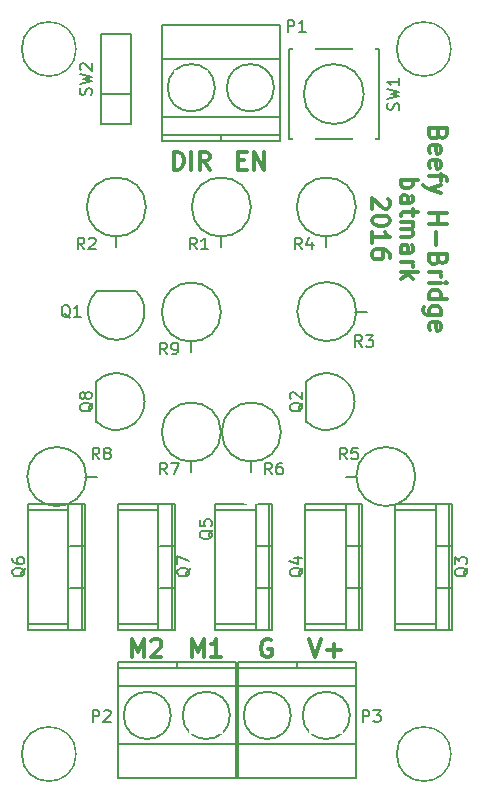
<source format=gto>
G04 #@! TF.FileFunction,Legend,Top*
%FSLAX46Y46*%
G04 Gerber Fmt 4.6, Leading zero omitted, Abs format (unit mm)*
G04 Created by KiCad (PCBNEW 4.0.2-stable) date 12/06/2016 3:02:18 PM*
%MOMM*%
G01*
G04 APERTURE LIST*
%ADD10C,0.100000*%
%ADD11C,0.300000*%
%ADD12C,0.150000*%
%ADD13C,2.398980*%
%ADD14O,2.940000X2.432000*%
%ADD15O,1.299160X1.901140*%
%ADD16O,1.901140X1.299160*%
%ADD17C,1.797000*%
%ADD18C,4.464000*%
%ADD19R,2.900000X2.900000*%
%ADD20C,2.900000*%
%ADD21R,1.797000X1.797000*%
G04 APERTURE END LIST*
D10*
D11*
X169512143Y-78959286D02*
X169440714Y-79173572D01*
X169369286Y-79245000D01*
X169226429Y-79316429D01*
X169012143Y-79316429D01*
X168869286Y-79245000D01*
X168797857Y-79173572D01*
X168726429Y-79030714D01*
X168726429Y-78459286D01*
X170226429Y-78459286D01*
X170226429Y-78959286D01*
X170155000Y-79102143D01*
X170083571Y-79173572D01*
X169940714Y-79245000D01*
X169797857Y-79245000D01*
X169655000Y-79173572D01*
X169583571Y-79102143D01*
X169512143Y-78959286D01*
X169512143Y-78459286D01*
X168797857Y-80530714D02*
X168726429Y-80387857D01*
X168726429Y-80102143D01*
X168797857Y-79959286D01*
X168940714Y-79887857D01*
X169512143Y-79887857D01*
X169655000Y-79959286D01*
X169726429Y-80102143D01*
X169726429Y-80387857D01*
X169655000Y-80530714D01*
X169512143Y-80602143D01*
X169369286Y-80602143D01*
X169226429Y-79887857D01*
X168797857Y-81816428D02*
X168726429Y-81673571D01*
X168726429Y-81387857D01*
X168797857Y-81245000D01*
X168940714Y-81173571D01*
X169512143Y-81173571D01*
X169655000Y-81245000D01*
X169726429Y-81387857D01*
X169726429Y-81673571D01*
X169655000Y-81816428D01*
X169512143Y-81887857D01*
X169369286Y-81887857D01*
X169226429Y-81173571D01*
X169726429Y-82316428D02*
X169726429Y-82887857D01*
X168726429Y-82530714D02*
X170012143Y-82530714D01*
X170155000Y-82602142D01*
X170226429Y-82745000D01*
X170226429Y-82887857D01*
X169726429Y-83245000D02*
X168726429Y-83602143D01*
X169726429Y-83959285D02*
X168726429Y-83602143D01*
X168369286Y-83459285D01*
X168297857Y-83387857D01*
X168226429Y-83245000D01*
X168726429Y-85673571D02*
X170226429Y-85673571D01*
X169512143Y-85673571D02*
X169512143Y-86530714D01*
X168726429Y-86530714D02*
X170226429Y-86530714D01*
X169297857Y-87245000D02*
X169297857Y-88387857D01*
X169512143Y-89602143D02*
X169440714Y-89816429D01*
X169369286Y-89887857D01*
X169226429Y-89959286D01*
X169012143Y-89959286D01*
X168869286Y-89887857D01*
X168797857Y-89816429D01*
X168726429Y-89673571D01*
X168726429Y-89102143D01*
X170226429Y-89102143D01*
X170226429Y-89602143D01*
X170155000Y-89745000D01*
X170083571Y-89816429D01*
X169940714Y-89887857D01*
X169797857Y-89887857D01*
X169655000Y-89816429D01*
X169583571Y-89745000D01*
X169512143Y-89602143D01*
X169512143Y-89102143D01*
X168726429Y-90602143D02*
X169726429Y-90602143D01*
X169440714Y-90602143D02*
X169583571Y-90673571D01*
X169655000Y-90745000D01*
X169726429Y-90887857D01*
X169726429Y-91030714D01*
X168726429Y-91530714D02*
X169726429Y-91530714D01*
X170226429Y-91530714D02*
X170155000Y-91459285D01*
X170083571Y-91530714D01*
X170155000Y-91602142D01*
X170226429Y-91530714D01*
X170083571Y-91530714D01*
X168726429Y-92887857D02*
X170226429Y-92887857D01*
X168797857Y-92887857D02*
X168726429Y-92745000D01*
X168726429Y-92459286D01*
X168797857Y-92316428D01*
X168869286Y-92245000D01*
X169012143Y-92173571D01*
X169440714Y-92173571D01*
X169583571Y-92245000D01*
X169655000Y-92316428D01*
X169726429Y-92459286D01*
X169726429Y-92745000D01*
X169655000Y-92887857D01*
X169726429Y-94245000D02*
X168512143Y-94245000D01*
X168369286Y-94173571D01*
X168297857Y-94102143D01*
X168226429Y-93959286D01*
X168226429Y-93745000D01*
X168297857Y-93602143D01*
X168797857Y-94245000D02*
X168726429Y-94102143D01*
X168726429Y-93816429D01*
X168797857Y-93673571D01*
X168869286Y-93602143D01*
X169012143Y-93530714D01*
X169440714Y-93530714D01*
X169583571Y-93602143D01*
X169655000Y-93673571D01*
X169726429Y-93816429D01*
X169726429Y-94102143D01*
X169655000Y-94245000D01*
X168797857Y-95530714D02*
X168726429Y-95387857D01*
X168726429Y-95102143D01*
X168797857Y-94959286D01*
X168940714Y-94887857D01*
X169512143Y-94887857D01*
X169655000Y-94959286D01*
X169726429Y-95102143D01*
X169726429Y-95387857D01*
X169655000Y-95530714D01*
X169512143Y-95602143D01*
X169369286Y-95602143D01*
X169226429Y-94887857D01*
X166326429Y-82816429D02*
X167826429Y-82816429D01*
X167255000Y-82816429D02*
X167326429Y-82959286D01*
X167326429Y-83245000D01*
X167255000Y-83387857D01*
X167183571Y-83459286D01*
X167040714Y-83530715D01*
X166612143Y-83530715D01*
X166469286Y-83459286D01*
X166397857Y-83387857D01*
X166326429Y-83245000D01*
X166326429Y-82959286D01*
X166397857Y-82816429D01*
X166326429Y-84816429D02*
X167112143Y-84816429D01*
X167255000Y-84745000D01*
X167326429Y-84602143D01*
X167326429Y-84316429D01*
X167255000Y-84173572D01*
X166397857Y-84816429D02*
X166326429Y-84673572D01*
X166326429Y-84316429D01*
X166397857Y-84173572D01*
X166540714Y-84102143D01*
X166683571Y-84102143D01*
X166826429Y-84173572D01*
X166897857Y-84316429D01*
X166897857Y-84673572D01*
X166969286Y-84816429D01*
X167326429Y-85316429D02*
X167326429Y-85887858D01*
X167826429Y-85530715D02*
X166540714Y-85530715D01*
X166397857Y-85602143D01*
X166326429Y-85745001D01*
X166326429Y-85887858D01*
X166326429Y-86387858D02*
X167326429Y-86387858D01*
X167183571Y-86387858D02*
X167255000Y-86459286D01*
X167326429Y-86602144D01*
X167326429Y-86816429D01*
X167255000Y-86959286D01*
X167112143Y-87030715D01*
X166326429Y-87030715D01*
X167112143Y-87030715D02*
X167255000Y-87102144D01*
X167326429Y-87245001D01*
X167326429Y-87459286D01*
X167255000Y-87602144D01*
X167112143Y-87673572D01*
X166326429Y-87673572D01*
X166326429Y-89030715D02*
X167112143Y-89030715D01*
X167255000Y-88959286D01*
X167326429Y-88816429D01*
X167326429Y-88530715D01*
X167255000Y-88387858D01*
X166397857Y-89030715D02*
X166326429Y-88887858D01*
X166326429Y-88530715D01*
X166397857Y-88387858D01*
X166540714Y-88316429D01*
X166683571Y-88316429D01*
X166826429Y-88387858D01*
X166897857Y-88530715D01*
X166897857Y-88887858D01*
X166969286Y-89030715D01*
X166326429Y-89745001D02*
X167326429Y-89745001D01*
X167040714Y-89745001D02*
X167183571Y-89816429D01*
X167255000Y-89887858D01*
X167326429Y-90030715D01*
X167326429Y-90173572D01*
X166326429Y-90673572D02*
X167826429Y-90673572D01*
X166897857Y-90816429D02*
X166326429Y-91245000D01*
X167326429Y-91245000D02*
X166755000Y-90673572D01*
X165283571Y-84423572D02*
X165355000Y-84495001D01*
X165426429Y-84637858D01*
X165426429Y-84995001D01*
X165355000Y-85137858D01*
X165283571Y-85209287D01*
X165140714Y-85280715D01*
X164997857Y-85280715D01*
X164783571Y-85209287D01*
X163926429Y-84352144D01*
X163926429Y-85280715D01*
X165426429Y-86209286D02*
X165426429Y-86352143D01*
X165355000Y-86495000D01*
X165283571Y-86566429D01*
X165140714Y-86637858D01*
X164855000Y-86709286D01*
X164497857Y-86709286D01*
X164212143Y-86637858D01*
X164069286Y-86566429D01*
X163997857Y-86495000D01*
X163926429Y-86352143D01*
X163926429Y-86209286D01*
X163997857Y-86066429D01*
X164069286Y-85995000D01*
X164212143Y-85923572D01*
X164497857Y-85852143D01*
X164855000Y-85852143D01*
X165140714Y-85923572D01*
X165283571Y-85995000D01*
X165355000Y-86066429D01*
X165426429Y-86209286D01*
X163926429Y-88137857D02*
X163926429Y-87280714D01*
X163926429Y-87709286D02*
X165426429Y-87709286D01*
X165212143Y-87566429D01*
X165069286Y-87423571D01*
X164997857Y-87280714D01*
X165426429Y-89423571D02*
X165426429Y-89137857D01*
X165355000Y-88995000D01*
X165283571Y-88923571D01*
X165069286Y-88780714D01*
X164783571Y-88709285D01*
X164212143Y-88709285D01*
X164069286Y-88780714D01*
X163997857Y-88852142D01*
X163926429Y-88995000D01*
X163926429Y-89280714D01*
X163997857Y-89423571D01*
X164069286Y-89495000D01*
X164212143Y-89566428D01*
X164569286Y-89566428D01*
X164712143Y-89495000D01*
X164783571Y-89423571D01*
X164855000Y-89280714D01*
X164855000Y-88995000D01*
X164783571Y-88852142D01*
X164712143Y-88780714D01*
X164569286Y-88709285D01*
X147090000Y-81958571D02*
X147090000Y-80458571D01*
X147447143Y-80458571D01*
X147661428Y-80530000D01*
X147804286Y-80672857D01*
X147875714Y-80815714D01*
X147947143Y-81101429D01*
X147947143Y-81315714D01*
X147875714Y-81601429D01*
X147804286Y-81744286D01*
X147661428Y-81887143D01*
X147447143Y-81958571D01*
X147090000Y-81958571D01*
X148590000Y-81958571D02*
X148590000Y-80458571D01*
X150161429Y-81958571D02*
X149661429Y-81244286D01*
X149304286Y-81958571D02*
X149304286Y-80458571D01*
X149875714Y-80458571D01*
X150018572Y-80530000D01*
X150090000Y-80601429D01*
X150161429Y-80744286D01*
X150161429Y-80958571D01*
X150090000Y-81101429D01*
X150018572Y-81172857D01*
X149875714Y-81244286D01*
X149304286Y-81244286D01*
X152562857Y-81172857D02*
X153062857Y-81172857D01*
X153277143Y-81958571D02*
X152562857Y-81958571D01*
X152562857Y-80458571D01*
X153277143Y-80458571D01*
X153920000Y-81958571D02*
X153920000Y-80458571D01*
X154777143Y-81958571D01*
X154777143Y-80458571D01*
X158591429Y-121733571D02*
X159091429Y-123233571D01*
X159591429Y-121733571D01*
X160091429Y-122662143D02*
X161234286Y-122662143D01*
X160662857Y-123233571D02*
X160662857Y-122090714D01*
X155332857Y-121805000D02*
X155190000Y-121733571D01*
X154975714Y-121733571D01*
X154761429Y-121805000D01*
X154618571Y-121947857D01*
X154547143Y-122090714D01*
X154475714Y-122376429D01*
X154475714Y-122590714D01*
X154547143Y-122876429D01*
X154618571Y-123019286D01*
X154761429Y-123162143D01*
X154975714Y-123233571D01*
X155118571Y-123233571D01*
X155332857Y-123162143D01*
X155404286Y-123090714D01*
X155404286Y-122590714D01*
X155118571Y-122590714D01*
X143565715Y-123233571D02*
X143565715Y-121733571D01*
X144065715Y-122805000D01*
X144565715Y-121733571D01*
X144565715Y-123233571D01*
X145208572Y-121876429D02*
X145280001Y-121805000D01*
X145422858Y-121733571D01*
X145780001Y-121733571D01*
X145922858Y-121805000D01*
X145994287Y-121876429D01*
X146065715Y-122019286D01*
X146065715Y-122162143D01*
X145994287Y-122376429D01*
X145137144Y-123233571D01*
X146065715Y-123233571D01*
X148645715Y-123233571D02*
X148645715Y-121733571D01*
X149145715Y-122805000D01*
X149645715Y-121733571D01*
X149645715Y-123233571D01*
X151145715Y-123233571D02*
X150288572Y-123233571D01*
X150717144Y-123233571D02*
X150717144Y-121733571D01*
X150574287Y-121947857D01*
X150431429Y-122090714D01*
X150288572Y-122162143D01*
D12*
X148590000Y-106580940D02*
X148590000Y-107581700D01*
X151089360Y-104180640D02*
G75*
G03X151089360Y-104180640I-2499360J0D01*
G01*
X153670000Y-106580940D02*
X153670000Y-107581700D01*
X156169360Y-104180640D02*
G75*
G03X156169360Y-104180640I-2499360J0D01*
G01*
X154051000Y-120396000D02*
X150622000Y-120396000D01*
X154051000Y-110744000D02*
X150622000Y-110744000D01*
X155194000Y-120904000D02*
X155194000Y-110236000D01*
X154178000Y-117348000D02*
X155448000Y-117348000D01*
X154178000Y-113792000D02*
X155448000Y-113792000D01*
X154051000Y-110236000D02*
X154051000Y-120904000D01*
X150622000Y-120904000D02*
X150622000Y-110236000D01*
X155448000Y-110236000D02*
X150622000Y-110236000D01*
X155448000Y-120904000D02*
X150622000Y-120904000D01*
X155448000Y-120904000D02*
X155448000Y-110236000D01*
X169291000Y-120396000D02*
X165862000Y-120396000D01*
X169291000Y-110744000D02*
X165862000Y-110744000D01*
X170434000Y-120904000D02*
X170434000Y-110236000D01*
X169418000Y-117348000D02*
X170688000Y-117348000D01*
X169418000Y-113792000D02*
X170688000Y-113792000D01*
X169291000Y-110236000D02*
X169291000Y-120904000D01*
X165862000Y-120904000D02*
X165862000Y-110236000D01*
X170688000Y-110236000D02*
X165862000Y-110236000D01*
X170688000Y-120904000D02*
X165862000Y-120904000D01*
X170688000Y-120904000D02*
X170688000Y-110236000D01*
X143940000Y-92280000D02*
X140540000Y-92280000D01*
X143937056Y-92282944D02*
G75*
G02X142240000Y-96380000I-1697056J-1697056D01*
G01*
X140542944Y-92282944D02*
G75*
G03X142240000Y-96380000I1697056J-1697056D01*
G01*
X158320000Y-99900000D02*
X158320000Y-103300000D01*
X158322944Y-99902944D02*
G75*
G02X162420000Y-101600000I1697056J-1697056D01*
G01*
X158322944Y-103297056D02*
G75*
G03X162420000Y-101600000I1697056J1697056D01*
G01*
X161671000Y-120396000D02*
X158242000Y-120396000D01*
X161671000Y-110744000D02*
X158242000Y-110744000D01*
X162814000Y-120904000D02*
X162814000Y-110236000D01*
X161798000Y-117348000D02*
X163068000Y-117348000D01*
X161798000Y-113792000D02*
X163068000Y-113792000D01*
X161671000Y-110236000D02*
X161671000Y-120904000D01*
X158242000Y-120904000D02*
X158242000Y-110236000D01*
X163068000Y-110236000D02*
X158242000Y-110236000D01*
X163068000Y-120904000D02*
X158242000Y-120904000D01*
X163068000Y-120904000D02*
X163068000Y-110236000D01*
X138176000Y-120396000D02*
X134747000Y-120396000D01*
X138176000Y-110744000D02*
X134747000Y-110744000D01*
X139319000Y-120904000D02*
X139319000Y-110236000D01*
X138303000Y-117348000D02*
X139573000Y-117348000D01*
X138303000Y-113792000D02*
X139573000Y-113792000D01*
X138176000Y-110236000D02*
X138176000Y-120904000D01*
X134747000Y-120904000D02*
X134747000Y-110236000D01*
X139573000Y-110236000D02*
X134747000Y-110236000D01*
X139573000Y-120904000D02*
X134747000Y-120904000D01*
X139573000Y-120904000D02*
X139573000Y-110236000D01*
X145796000Y-120396000D02*
X142367000Y-120396000D01*
X145796000Y-110744000D02*
X142367000Y-110744000D01*
X146939000Y-120904000D02*
X146939000Y-110236000D01*
X145923000Y-117348000D02*
X147193000Y-117348000D01*
X145923000Y-113792000D02*
X147193000Y-113792000D01*
X145796000Y-110236000D02*
X145796000Y-120904000D01*
X142367000Y-120904000D02*
X142367000Y-110236000D01*
X147193000Y-110236000D02*
X142367000Y-110236000D01*
X147193000Y-120904000D02*
X142367000Y-120904000D01*
X147193000Y-120904000D02*
X147193000Y-110236000D01*
X140540000Y-99900000D02*
X140540000Y-103300000D01*
X140542944Y-99902944D02*
G75*
G02X144640000Y-101600000I1697056J-1697056D01*
G01*
X140542944Y-103297056D02*
G75*
G03X144640000Y-101600000I1697056J1697056D01*
G01*
X151130000Y-87530940D02*
X151130000Y-88531700D01*
X153629360Y-85130640D02*
G75*
G03X153629360Y-85130640I-2499360J0D01*
G01*
X142240000Y-87530940D02*
X142240000Y-88531700D01*
X144739360Y-85130640D02*
G75*
G03X144739360Y-85130640I-2499360J0D01*
G01*
X162460940Y-93980000D02*
X163461700Y-93980000D01*
X162560000Y-93980000D02*
G75*
G03X162560000Y-93980000I-2499360J0D01*
G01*
X160020000Y-87530940D02*
X160020000Y-88531700D01*
X162519360Y-85130640D02*
G75*
G03X162519360Y-85130640I-2499360J0D01*
G01*
X162659060Y-107950000D02*
X161658300Y-107950000D01*
X167558720Y-107950000D02*
G75*
G03X167558720Y-107950000I-2499360J0D01*
G01*
X139600940Y-107950000D02*
X140601700Y-107950000D01*
X139700000Y-107950000D02*
G75*
G03X139700000Y-107950000I-2499360J0D01*
G01*
X148590000Y-96420940D02*
X148590000Y-97421700D01*
X151089360Y-94020640D02*
G75*
G03X151089360Y-94020640I-2499360J0D01*
G01*
X163195000Y-75565000D02*
G75*
G03X163195000Y-75565000I-2540000J0D01*
G01*
X164465000Y-71755000D02*
X164465000Y-79375000D01*
X164465000Y-79375000D02*
X156845000Y-79375000D01*
X156845000Y-79375000D02*
X156845000Y-71755000D01*
X164465000Y-71755000D02*
X156845000Y-71755000D01*
X170561000Y-71755000D02*
G75*
G03X170561000Y-71755000I-2286000J0D01*
G01*
X138811000Y-71755000D02*
G75*
G03X138811000Y-71755000I-2286000J0D01*
G01*
X138811000Y-131445000D02*
G75*
G03X138811000Y-131445000I-2286000J0D01*
G01*
X170561000Y-131445000D02*
G75*
G03X170561000Y-131445000I-2286000J0D01*
G01*
X151090000Y-79030000D02*
X151090000Y-79530000D01*
X155590000Y-75030000D02*
G75*
G03X155590000Y-75030000I-2000000J0D01*
G01*
X150590000Y-75030000D02*
G75*
G03X150590000Y-75030000I-2000000J0D01*
G01*
X146090000Y-77530000D02*
X156090000Y-77530000D01*
X146090000Y-72630000D02*
X156090000Y-72630000D01*
X146090000Y-79030000D02*
X156090000Y-79030000D01*
X146090000Y-79530000D02*
X156090000Y-79530000D01*
X156090000Y-79530000D02*
X156090000Y-69730000D01*
X156090000Y-69730000D02*
X146090000Y-69730000D01*
X146090000Y-69730000D02*
X146090000Y-79530000D01*
X147360000Y-124170000D02*
X147360000Y-123670000D01*
X146860000Y-128170000D02*
G75*
G03X146860000Y-128170000I-2000000J0D01*
G01*
X151860000Y-128170000D02*
G75*
G03X151860000Y-128170000I-2000000J0D01*
G01*
X152360000Y-125670000D02*
X142360000Y-125670000D01*
X152360000Y-130570000D02*
X142360000Y-130570000D01*
X152360000Y-124170000D02*
X142360000Y-124170000D01*
X152360000Y-123670000D02*
X142360000Y-123670000D01*
X142360000Y-123670000D02*
X142360000Y-133470000D01*
X142360000Y-133470000D02*
X152360000Y-133470000D01*
X152360000Y-133470000D02*
X152360000Y-123670000D01*
X157520000Y-124170000D02*
X157520000Y-123670000D01*
X157020000Y-128170000D02*
G75*
G03X157020000Y-128170000I-2000000J0D01*
G01*
X162020000Y-128170000D02*
G75*
G03X162020000Y-128170000I-2000000J0D01*
G01*
X162520000Y-125670000D02*
X152520000Y-125670000D01*
X162520000Y-130570000D02*
X152520000Y-130570000D01*
X162520000Y-124170000D02*
X152520000Y-124170000D01*
X162520000Y-123670000D02*
X152520000Y-123670000D01*
X152520000Y-123670000D02*
X152520000Y-133470000D01*
X152520000Y-133470000D02*
X162520000Y-133470000D01*
X162520000Y-133470000D02*
X162520000Y-123670000D01*
X143510000Y-78105000D02*
X140970000Y-78105000D01*
X140970000Y-78105000D02*
X140970000Y-70485000D01*
X140970000Y-70485000D02*
X143510000Y-70485000D01*
X143510000Y-70485000D02*
X143510000Y-78105000D01*
X140970000Y-75565000D02*
X143510000Y-75565000D01*
X146518334Y-107767381D02*
X146185000Y-107291190D01*
X145946905Y-107767381D02*
X145946905Y-106767381D01*
X146327858Y-106767381D01*
X146423096Y-106815000D01*
X146470715Y-106862619D01*
X146518334Y-106957857D01*
X146518334Y-107100714D01*
X146470715Y-107195952D01*
X146423096Y-107243571D01*
X146327858Y-107291190D01*
X145946905Y-107291190D01*
X146851667Y-106767381D02*
X147518334Y-106767381D01*
X147089762Y-107767381D01*
X155408334Y-107767381D02*
X155075000Y-107291190D01*
X154836905Y-107767381D02*
X154836905Y-106767381D01*
X155217858Y-106767381D01*
X155313096Y-106815000D01*
X155360715Y-106862619D01*
X155408334Y-106957857D01*
X155408334Y-107100714D01*
X155360715Y-107195952D01*
X155313096Y-107243571D01*
X155217858Y-107291190D01*
X154836905Y-107291190D01*
X156265477Y-106767381D02*
X156075000Y-106767381D01*
X155979762Y-106815000D01*
X155932143Y-106862619D01*
X155836905Y-107005476D01*
X155789286Y-107195952D01*
X155789286Y-107576905D01*
X155836905Y-107672143D01*
X155884524Y-107719762D01*
X155979762Y-107767381D01*
X156170239Y-107767381D01*
X156265477Y-107719762D01*
X156313096Y-107672143D01*
X156360715Y-107576905D01*
X156360715Y-107338810D01*
X156313096Y-107243571D01*
X156265477Y-107195952D01*
X156170239Y-107148333D01*
X155979762Y-107148333D01*
X155884524Y-107195952D01*
X155836905Y-107243571D01*
X155789286Y-107338810D01*
X150407619Y-112490238D02*
X150360000Y-112585476D01*
X150264762Y-112680714D01*
X150121905Y-112823571D01*
X150074286Y-112918810D01*
X150074286Y-113014048D01*
X150312381Y-112966429D02*
X150264762Y-113061667D01*
X150169524Y-113156905D01*
X149979048Y-113204524D01*
X149645714Y-113204524D01*
X149455238Y-113156905D01*
X149360000Y-113061667D01*
X149312381Y-112966429D01*
X149312381Y-112775952D01*
X149360000Y-112680714D01*
X149455238Y-112585476D01*
X149645714Y-112537857D01*
X149979048Y-112537857D01*
X150169524Y-112585476D01*
X150264762Y-112680714D01*
X150312381Y-112775952D01*
X150312381Y-112966429D01*
X149312381Y-111633095D02*
X149312381Y-112109286D01*
X149788571Y-112156905D01*
X149740952Y-112109286D01*
X149693333Y-112014048D01*
X149693333Y-111775952D01*
X149740952Y-111680714D01*
X149788571Y-111633095D01*
X149883810Y-111585476D01*
X150121905Y-111585476D01*
X150217143Y-111633095D01*
X150264762Y-111680714D01*
X150312381Y-111775952D01*
X150312381Y-112014048D01*
X150264762Y-112109286D01*
X150217143Y-112156905D01*
X171997619Y-115665238D02*
X171950000Y-115760476D01*
X171854762Y-115855714D01*
X171711905Y-115998571D01*
X171664286Y-116093810D01*
X171664286Y-116189048D01*
X171902381Y-116141429D02*
X171854762Y-116236667D01*
X171759524Y-116331905D01*
X171569048Y-116379524D01*
X171235714Y-116379524D01*
X171045238Y-116331905D01*
X170950000Y-116236667D01*
X170902381Y-116141429D01*
X170902381Y-115950952D01*
X170950000Y-115855714D01*
X171045238Y-115760476D01*
X171235714Y-115712857D01*
X171569048Y-115712857D01*
X171759524Y-115760476D01*
X171854762Y-115855714D01*
X171902381Y-115950952D01*
X171902381Y-116141429D01*
X170902381Y-115379524D02*
X170902381Y-114760476D01*
X171283333Y-115093810D01*
X171283333Y-114950952D01*
X171330952Y-114855714D01*
X171378571Y-114808095D01*
X171473810Y-114760476D01*
X171711905Y-114760476D01*
X171807143Y-114808095D01*
X171854762Y-114855714D01*
X171902381Y-114950952D01*
X171902381Y-115236667D01*
X171854762Y-115331905D01*
X171807143Y-115379524D01*
X138334762Y-94527619D02*
X138239524Y-94480000D01*
X138144286Y-94384762D01*
X138001429Y-94241905D01*
X137906190Y-94194286D01*
X137810952Y-94194286D01*
X137858571Y-94432381D02*
X137763333Y-94384762D01*
X137668095Y-94289524D01*
X137620476Y-94099048D01*
X137620476Y-93765714D01*
X137668095Y-93575238D01*
X137763333Y-93480000D01*
X137858571Y-93432381D01*
X138049048Y-93432381D01*
X138144286Y-93480000D01*
X138239524Y-93575238D01*
X138287143Y-93765714D01*
X138287143Y-94099048D01*
X138239524Y-94289524D01*
X138144286Y-94384762D01*
X138049048Y-94432381D01*
X137858571Y-94432381D01*
X139239524Y-94432381D02*
X138668095Y-94432381D01*
X138953809Y-94432381D02*
X138953809Y-93432381D01*
X138858571Y-93575238D01*
X138763333Y-93670476D01*
X138668095Y-93718095D01*
X158027619Y-101695238D02*
X157980000Y-101790476D01*
X157884762Y-101885714D01*
X157741905Y-102028571D01*
X157694286Y-102123810D01*
X157694286Y-102219048D01*
X157932381Y-102171429D02*
X157884762Y-102266667D01*
X157789524Y-102361905D01*
X157599048Y-102409524D01*
X157265714Y-102409524D01*
X157075238Y-102361905D01*
X156980000Y-102266667D01*
X156932381Y-102171429D01*
X156932381Y-101980952D01*
X156980000Y-101885714D01*
X157075238Y-101790476D01*
X157265714Y-101742857D01*
X157599048Y-101742857D01*
X157789524Y-101790476D01*
X157884762Y-101885714D01*
X157932381Y-101980952D01*
X157932381Y-102171429D01*
X157027619Y-101361905D02*
X156980000Y-101314286D01*
X156932381Y-101219048D01*
X156932381Y-100980952D01*
X156980000Y-100885714D01*
X157027619Y-100838095D01*
X157122857Y-100790476D01*
X157218095Y-100790476D01*
X157360952Y-100838095D01*
X157932381Y-101409524D01*
X157932381Y-100790476D01*
X158027619Y-115665238D02*
X157980000Y-115760476D01*
X157884762Y-115855714D01*
X157741905Y-115998571D01*
X157694286Y-116093810D01*
X157694286Y-116189048D01*
X157932381Y-116141429D02*
X157884762Y-116236667D01*
X157789524Y-116331905D01*
X157599048Y-116379524D01*
X157265714Y-116379524D01*
X157075238Y-116331905D01*
X156980000Y-116236667D01*
X156932381Y-116141429D01*
X156932381Y-115950952D01*
X156980000Y-115855714D01*
X157075238Y-115760476D01*
X157265714Y-115712857D01*
X157599048Y-115712857D01*
X157789524Y-115760476D01*
X157884762Y-115855714D01*
X157932381Y-115950952D01*
X157932381Y-116141429D01*
X157265714Y-114855714D02*
X157932381Y-114855714D01*
X156884762Y-115093810D02*
X157599048Y-115331905D01*
X157599048Y-114712857D01*
X134532619Y-115665238D02*
X134485000Y-115760476D01*
X134389762Y-115855714D01*
X134246905Y-115998571D01*
X134199286Y-116093810D01*
X134199286Y-116189048D01*
X134437381Y-116141429D02*
X134389762Y-116236667D01*
X134294524Y-116331905D01*
X134104048Y-116379524D01*
X133770714Y-116379524D01*
X133580238Y-116331905D01*
X133485000Y-116236667D01*
X133437381Y-116141429D01*
X133437381Y-115950952D01*
X133485000Y-115855714D01*
X133580238Y-115760476D01*
X133770714Y-115712857D01*
X134104048Y-115712857D01*
X134294524Y-115760476D01*
X134389762Y-115855714D01*
X134437381Y-115950952D01*
X134437381Y-116141429D01*
X133437381Y-114855714D02*
X133437381Y-115046191D01*
X133485000Y-115141429D01*
X133532619Y-115189048D01*
X133675476Y-115284286D01*
X133865952Y-115331905D01*
X134246905Y-115331905D01*
X134342143Y-115284286D01*
X134389762Y-115236667D01*
X134437381Y-115141429D01*
X134437381Y-114950952D01*
X134389762Y-114855714D01*
X134342143Y-114808095D01*
X134246905Y-114760476D01*
X134008810Y-114760476D01*
X133913571Y-114808095D01*
X133865952Y-114855714D01*
X133818333Y-114950952D01*
X133818333Y-115141429D01*
X133865952Y-115236667D01*
X133913571Y-115284286D01*
X134008810Y-115331905D01*
X148502619Y-115665238D02*
X148455000Y-115760476D01*
X148359762Y-115855714D01*
X148216905Y-115998571D01*
X148169286Y-116093810D01*
X148169286Y-116189048D01*
X148407381Y-116141429D02*
X148359762Y-116236667D01*
X148264524Y-116331905D01*
X148074048Y-116379524D01*
X147740714Y-116379524D01*
X147550238Y-116331905D01*
X147455000Y-116236667D01*
X147407381Y-116141429D01*
X147407381Y-115950952D01*
X147455000Y-115855714D01*
X147550238Y-115760476D01*
X147740714Y-115712857D01*
X148074048Y-115712857D01*
X148264524Y-115760476D01*
X148359762Y-115855714D01*
X148407381Y-115950952D01*
X148407381Y-116141429D01*
X147407381Y-115379524D02*
X147407381Y-114712857D01*
X148407381Y-115141429D01*
X140247619Y-101695238D02*
X140200000Y-101790476D01*
X140104762Y-101885714D01*
X139961905Y-102028571D01*
X139914286Y-102123810D01*
X139914286Y-102219048D01*
X140152381Y-102171429D02*
X140104762Y-102266667D01*
X140009524Y-102361905D01*
X139819048Y-102409524D01*
X139485714Y-102409524D01*
X139295238Y-102361905D01*
X139200000Y-102266667D01*
X139152381Y-102171429D01*
X139152381Y-101980952D01*
X139200000Y-101885714D01*
X139295238Y-101790476D01*
X139485714Y-101742857D01*
X139819048Y-101742857D01*
X140009524Y-101790476D01*
X140104762Y-101885714D01*
X140152381Y-101980952D01*
X140152381Y-102171429D01*
X139580952Y-101171429D02*
X139533333Y-101266667D01*
X139485714Y-101314286D01*
X139390476Y-101361905D01*
X139342857Y-101361905D01*
X139247619Y-101314286D01*
X139200000Y-101266667D01*
X139152381Y-101171429D01*
X139152381Y-100980952D01*
X139200000Y-100885714D01*
X139247619Y-100838095D01*
X139342857Y-100790476D01*
X139390476Y-100790476D01*
X139485714Y-100838095D01*
X139533333Y-100885714D01*
X139580952Y-100980952D01*
X139580952Y-101171429D01*
X139628571Y-101266667D01*
X139676190Y-101314286D01*
X139771429Y-101361905D01*
X139961905Y-101361905D01*
X140057143Y-101314286D01*
X140104762Y-101266667D01*
X140152381Y-101171429D01*
X140152381Y-100980952D01*
X140104762Y-100885714D01*
X140057143Y-100838095D01*
X139961905Y-100790476D01*
X139771429Y-100790476D01*
X139676190Y-100838095D01*
X139628571Y-100885714D01*
X139580952Y-100980952D01*
X149058334Y-88717381D02*
X148725000Y-88241190D01*
X148486905Y-88717381D02*
X148486905Y-87717381D01*
X148867858Y-87717381D01*
X148963096Y-87765000D01*
X149010715Y-87812619D01*
X149058334Y-87907857D01*
X149058334Y-88050714D01*
X149010715Y-88145952D01*
X148963096Y-88193571D01*
X148867858Y-88241190D01*
X148486905Y-88241190D01*
X150010715Y-88717381D02*
X149439286Y-88717381D01*
X149725000Y-88717381D02*
X149725000Y-87717381D01*
X149629762Y-87860238D01*
X149534524Y-87955476D01*
X149439286Y-88003095D01*
X139533334Y-88717381D02*
X139200000Y-88241190D01*
X138961905Y-88717381D02*
X138961905Y-87717381D01*
X139342858Y-87717381D01*
X139438096Y-87765000D01*
X139485715Y-87812619D01*
X139533334Y-87907857D01*
X139533334Y-88050714D01*
X139485715Y-88145952D01*
X139438096Y-88193571D01*
X139342858Y-88241190D01*
X138961905Y-88241190D01*
X139914286Y-87812619D02*
X139961905Y-87765000D01*
X140057143Y-87717381D01*
X140295239Y-87717381D01*
X140390477Y-87765000D01*
X140438096Y-87812619D01*
X140485715Y-87907857D01*
X140485715Y-88003095D01*
X140438096Y-88145952D01*
X139866667Y-88717381D01*
X140485715Y-88717381D01*
X163028334Y-96972381D02*
X162695000Y-96496190D01*
X162456905Y-96972381D02*
X162456905Y-95972381D01*
X162837858Y-95972381D01*
X162933096Y-96020000D01*
X162980715Y-96067619D01*
X163028334Y-96162857D01*
X163028334Y-96305714D01*
X162980715Y-96400952D01*
X162933096Y-96448571D01*
X162837858Y-96496190D01*
X162456905Y-96496190D01*
X163361667Y-95972381D02*
X163980715Y-95972381D01*
X163647381Y-96353333D01*
X163790239Y-96353333D01*
X163885477Y-96400952D01*
X163933096Y-96448571D01*
X163980715Y-96543810D01*
X163980715Y-96781905D01*
X163933096Y-96877143D01*
X163885477Y-96924762D01*
X163790239Y-96972381D01*
X163504524Y-96972381D01*
X163409286Y-96924762D01*
X163361667Y-96877143D01*
X157948334Y-88717381D02*
X157615000Y-88241190D01*
X157376905Y-88717381D02*
X157376905Y-87717381D01*
X157757858Y-87717381D01*
X157853096Y-87765000D01*
X157900715Y-87812619D01*
X157948334Y-87907857D01*
X157948334Y-88050714D01*
X157900715Y-88145952D01*
X157853096Y-88193571D01*
X157757858Y-88241190D01*
X157376905Y-88241190D01*
X158805477Y-88050714D02*
X158805477Y-88717381D01*
X158567381Y-87669762D02*
X158329286Y-88384048D01*
X158948334Y-88384048D01*
X161758334Y-106497381D02*
X161425000Y-106021190D01*
X161186905Y-106497381D02*
X161186905Y-105497381D01*
X161567858Y-105497381D01*
X161663096Y-105545000D01*
X161710715Y-105592619D01*
X161758334Y-105687857D01*
X161758334Y-105830714D01*
X161710715Y-105925952D01*
X161663096Y-105973571D01*
X161567858Y-106021190D01*
X161186905Y-106021190D01*
X162663096Y-105497381D02*
X162186905Y-105497381D01*
X162139286Y-105973571D01*
X162186905Y-105925952D01*
X162282143Y-105878333D01*
X162520239Y-105878333D01*
X162615477Y-105925952D01*
X162663096Y-105973571D01*
X162710715Y-106068810D01*
X162710715Y-106306905D01*
X162663096Y-106402143D01*
X162615477Y-106449762D01*
X162520239Y-106497381D01*
X162282143Y-106497381D01*
X162186905Y-106449762D01*
X162139286Y-106402143D01*
X140803334Y-106497381D02*
X140470000Y-106021190D01*
X140231905Y-106497381D02*
X140231905Y-105497381D01*
X140612858Y-105497381D01*
X140708096Y-105545000D01*
X140755715Y-105592619D01*
X140803334Y-105687857D01*
X140803334Y-105830714D01*
X140755715Y-105925952D01*
X140708096Y-105973571D01*
X140612858Y-106021190D01*
X140231905Y-106021190D01*
X141374762Y-105925952D02*
X141279524Y-105878333D01*
X141231905Y-105830714D01*
X141184286Y-105735476D01*
X141184286Y-105687857D01*
X141231905Y-105592619D01*
X141279524Y-105545000D01*
X141374762Y-105497381D01*
X141565239Y-105497381D01*
X141660477Y-105545000D01*
X141708096Y-105592619D01*
X141755715Y-105687857D01*
X141755715Y-105735476D01*
X141708096Y-105830714D01*
X141660477Y-105878333D01*
X141565239Y-105925952D01*
X141374762Y-105925952D01*
X141279524Y-105973571D01*
X141231905Y-106021190D01*
X141184286Y-106116429D01*
X141184286Y-106306905D01*
X141231905Y-106402143D01*
X141279524Y-106449762D01*
X141374762Y-106497381D01*
X141565239Y-106497381D01*
X141660477Y-106449762D01*
X141708096Y-106402143D01*
X141755715Y-106306905D01*
X141755715Y-106116429D01*
X141708096Y-106021190D01*
X141660477Y-105973571D01*
X141565239Y-105925952D01*
X146518334Y-97607381D02*
X146185000Y-97131190D01*
X145946905Y-97607381D02*
X145946905Y-96607381D01*
X146327858Y-96607381D01*
X146423096Y-96655000D01*
X146470715Y-96702619D01*
X146518334Y-96797857D01*
X146518334Y-96940714D01*
X146470715Y-97035952D01*
X146423096Y-97083571D01*
X146327858Y-97131190D01*
X145946905Y-97131190D01*
X146994524Y-97607381D02*
X147185000Y-97607381D01*
X147280239Y-97559762D01*
X147327858Y-97512143D01*
X147423096Y-97369286D01*
X147470715Y-97178810D01*
X147470715Y-96797857D01*
X147423096Y-96702619D01*
X147375477Y-96655000D01*
X147280239Y-96607381D01*
X147089762Y-96607381D01*
X146994524Y-96655000D01*
X146946905Y-96702619D01*
X146899286Y-96797857D01*
X146899286Y-97035952D01*
X146946905Y-97131190D01*
X146994524Y-97178810D01*
X147089762Y-97226429D01*
X147280239Y-97226429D01*
X147375477Y-97178810D01*
X147423096Y-97131190D01*
X147470715Y-97035952D01*
X166139762Y-76898333D02*
X166187381Y-76755476D01*
X166187381Y-76517380D01*
X166139762Y-76422142D01*
X166092143Y-76374523D01*
X165996905Y-76326904D01*
X165901667Y-76326904D01*
X165806429Y-76374523D01*
X165758810Y-76422142D01*
X165711190Y-76517380D01*
X165663571Y-76707857D01*
X165615952Y-76803095D01*
X165568333Y-76850714D01*
X165473095Y-76898333D01*
X165377857Y-76898333D01*
X165282619Y-76850714D01*
X165235000Y-76803095D01*
X165187381Y-76707857D01*
X165187381Y-76469761D01*
X165235000Y-76326904D01*
X165187381Y-75993571D02*
X166187381Y-75755476D01*
X165473095Y-75564999D01*
X166187381Y-75374523D01*
X165187381Y-75136428D01*
X166187381Y-74231666D02*
X166187381Y-74803095D01*
X166187381Y-74517381D02*
X165187381Y-74517381D01*
X165330238Y-74612619D01*
X165425476Y-74707857D01*
X165473095Y-74803095D01*
X156741905Y-70302381D02*
X156741905Y-69302381D01*
X157122858Y-69302381D01*
X157218096Y-69350000D01*
X157265715Y-69397619D01*
X157313334Y-69492857D01*
X157313334Y-69635714D01*
X157265715Y-69730952D01*
X157218096Y-69778571D01*
X157122858Y-69826190D01*
X156741905Y-69826190D01*
X158265715Y-70302381D02*
X157694286Y-70302381D01*
X157980000Y-70302381D02*
X157980000Y-69302381D01*
X157884762Y-69445238D01*
X157789524Y-69540476D01*
X157694286Y-69588095D01*
X140231905Y-128722381D02*
X140231905Y-127722381D01*
X140612858Y-127722381D01*
X140708096Y-127770000D01*
X140755715Y-127817619D01*
X140803334Y-127912857D01*
X140803334Y-128055714D01*
X140755715Y-128150952D01*
X140708096Y-128198571D01*
X140612858Y-128246190D01*
X140231905Y-128246190D01*
X141184286Y-127817619D02*
X141231905Y-127770000D01*
X141327143Y-127722381D01*
X141565239Y-127722381D01*
X141660477Y-127770000D01*
X141708096Y-127817619D01*
X141755715Y-127912857D01*
X141755715Y-128008095D01*
X141708096Y-128150952D01*
X141136667Y-128722381D01*
X141755715Y-128722381D01*
X163091905Y-128722381D02*
X163091905Y-127722381D01*
X163472858Y-127722381D01*
X163568096Y-127770000D01*
X163615715Y-127817619D01*
X163663334Y-127912857D01*
X163663334Y-128055714D01*
X163615715Y-128150952D01*
X163568096Y-128198571D01*
X163472858Y-128246190D01*
X163091905Y-128246190D01*
X163996667Y-127722381D02*
X164615715Y-127722381D01*
X164282381Y-128103333D01*
X164425239Y-128103333D01*
X164520477Y-128150952D01*
X164568096Y-128198571D01*
X164615715Y-128293810D01*
X164615715Y-128531905D01*
X164568096Y-128627143D01*
X164520477Y-128674762D01*
X164425239Y-128722381D01*
X164139524Y-128722381D01*
X164044286Y-128674762D01*
X163996667Y-128627143D01*
X140104762Y-75628333D02*
X140152381Y-75485476D01*
X140152381Y-75247380D01*
X140104762Y-75152142D01*
X140057143Y-75104523D01*
X139961905Y-75056904D01*
X139866667Y-75056904D01*
X139771429Y-75104523D01*
X139723810Y-75152142D01*
X139676190Y-75247380D01*
X139628571Y-75437857D01*
X139580952Y-75533095D01*
X139533333Y-75580714D01*
X139438095Y-75628333D01*
X139342857Y-75628333D01*
X139247619Y-75580714D01*
X139200000Y-75533095D01*
X139152381Y-75437857D01*
X139152381Y-75199761D01*
X139200000Y-75056904D01*
X139152381Y-74723571D02*
X140152381Y-74485476D01*
X139438095Y-74294999D01*
X140152381Y-74104523D01*
X139152381Y-73866428D01*
X139247619Y-73533095D02*
X139200000Y-73485476D01*
X139152381Y-73390238D01*
X139152381Y-73152142D01*
X139200000Y-73056904D01*
X139247619Y-73009285D01*
X139342857Y-72961666D01*
X139438095Y-72961666D01*
X139580952Y-73009285D01*
X140152381Y-73580714D01*
X140152381Y-72961666D01*
%LPC*%
D13*
X148590000Y-104180640D03*
X148590000Y-109181900D03*
X153670000Y-104180640D03*
X153670000Y-109181900D03*
D14*
X152400000Y-115570000D03*
X152400000Y-118110000D03*
X152400000Y-113030000D03*
X167640000Y-115570000D03*
X167640000Y-118110000D03*
X167640000Y-113030000D03*
D15*
X142240000Y-93980000D03*
X140970000Y-93980000D03*
X143510000Y-93980000D03*
D16*
X160020000Y-101600000D03*
X160020000Y-102870000D03*
X160020000Y-100330000D03*
D14*
X160020000Y-115570000D03*
X160020000Y-118110000D03*
X160020000Y-113030000D03*
X136525000Y-115570000D03*
X136525000Y-118110000D03*
X136525000Y-113030000D03*
X144145000Y-115570000D03*
X144145000Y-118110000D03*
X144145000Y-113030000D03*
D16*
X142240000Y-101600000D03*
X142240000Y-102870000D03*
X142240000Y-100330000D03*
D13*
X151130000Y-85130640D03*
X151130000Y-90131900D03*
X142240000Y-85130640D03*
X142240000Y-90131900D03*
X160060640Y-93980000D03*
X165061900Y-93980000D03*
X160020000Y-85130640D03*
X160020000Y-90131900D03*
X165059360Y-107950000D03*
X160058100Y-107950000D03*
X137200640Y-107950000D03*
X142201900Y-107950000D03*
X148590000Y-94020640D03*
X148590000Y-99021900D03*
D17*
X163195000Y-79375000D03*
X158115000Y-79375000D03*
X163195000Y-71755000D03*
X158115000Y-71755000D03*
D18*
X168275000Y-71755000D03*
X136525000Y-71755000D03*
X136525000Y-131445000D03*
X168275000Y-131445000D03*
D19*
X148590000Y-74930000D03*
D20*
X153590000Y-74930000D03*
D19*
X149860000Y-128270000D03*
D20*
X144860000Y-128270000D03*
D19*
X160020000Y-128270000D03*
D20*
X155020000Y-128270000D03*
D21*
X142240000Y-76835000D03*
D17*
X142240000Y-74295000D03*
X142240000Y-71755000D03*
M02*

</source>
